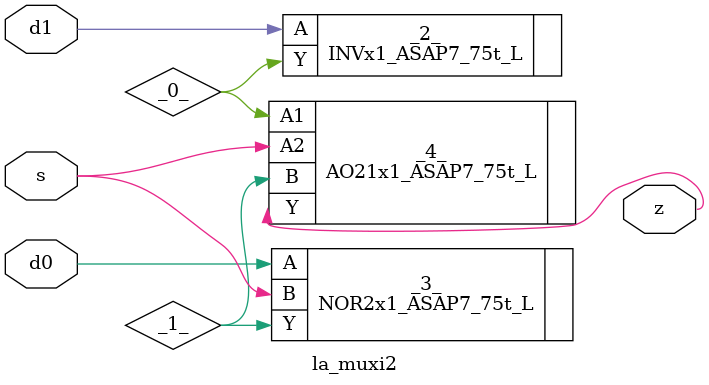
<source format=v>

/* Generated by Yosys 0.44 (git sha1 80ba43d26, g++ 11.4.0-1ubuntu1~22.04 -fPIC -O3) */

(* top =  1  *)
(* src = "generated" *)
(* keep_hierarchy *)
module la_muxi2 (
    d0,
    d1,
    s,
    z
);
  wire _0_;
  wire _1_;
  (* src = "generated" *)
  input d0;
  wire d0;
  (* src = "generated" *)
  input d1;
  wire d1;
  (* src = "generated" *)
  input s;
  wire s;
  (* src = "generated" *)
  output z;
  wire z;
  INVx1_ASAP7_75t_L _2_ (
      .A(d1),
      .Y(_0_)
  );
  NOR2x1_ASAP7_75t_L _3_ (
      .A(d0),
      .B(s),
      .Y(_1_)
  );
  AO21x1_ASAP7_75t_L _4_ (
      .A1(_0_),
      .A2(s),
      .B (_1_),
      .Y (z)
  );
endmodule

</source>
